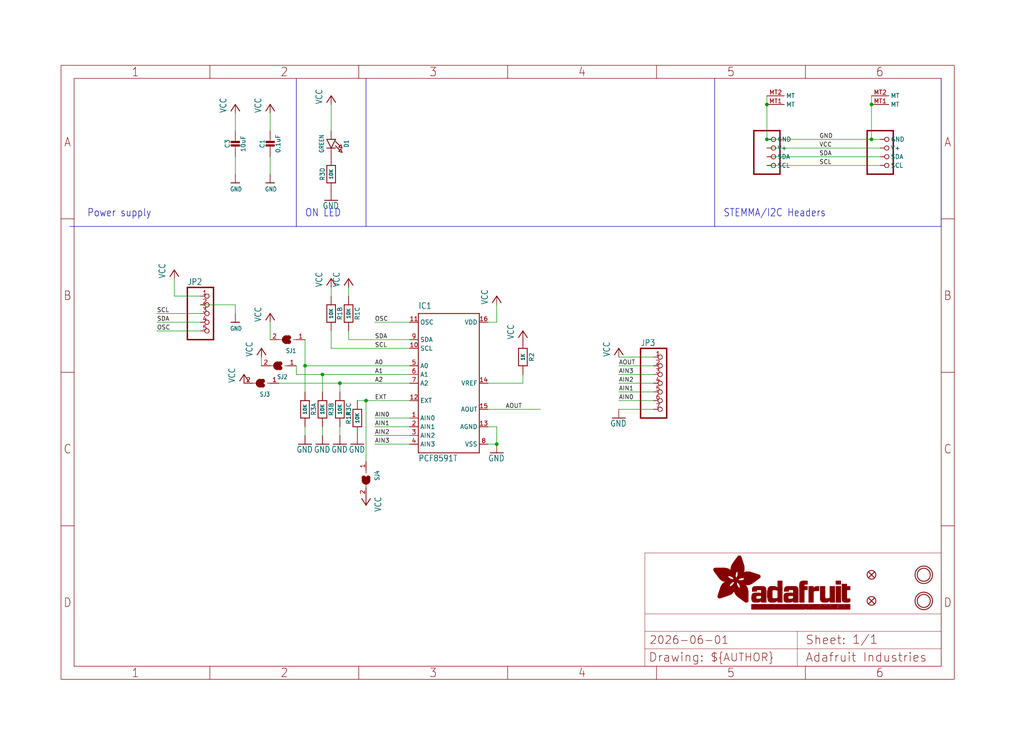
<source format=kicad_sch>
(kicad_sch (version 20230121) (generator eeschema)
  (paper "User" 298.45 217.322)
  (lib_symbols
    (symbol "working-eagle-import:CAP_CERAMIC0603_NO"
      (property "Reference" "C" (at -2.29 1.25 90))
      (symbol "CAP_CERAMIC0603_NO_1_0"
        (pin passive line (at 0 5.08 270) (length 2.54) (name "1") (number "1"))
        (pin passive line (at 0 -2.54 90) (length 2.54) (name "2") (number "2"))
      )
    )
    (symbol "working-eagle-import:CAP_CERAMIC0805-NOOUTLINE"
      (property "Reference" "C" (at -2.29 1.25 90))
      (symbol "CAP_CERAMIC0805-NOOUTLINE_1_0"
        (pin passive line (at 0 5.08 270) (length 2.54) (name "1") (number "1"))
        (pin passive line (at 0 -2.54 90) (length 2.54) (name "2") (number "2"))
      )
    )
    (symbol "working-eagle-import:FIDUCIAL_1MM")
    (symbol "working-eagle-import:FRAME_A4_ADAFRUIT"
      (symbol "FRAME_A4_ADAFRUIT_1_0"
        (text "${#}/${##}" (at 230.505 10.16 0) (effects (font (size 2.54 2.54)) (justify left bottom)))
        (text "${AUTHOR}" (at 189.23 5.08 0) (effects (font (size 2.286 2.286)) (justify left bottom)))
        (text "${CURRENT_DATE}" (at 171.45 10.16 0) (effects (font (size 2.286 2.286)) (justify left bottom)))
        (text "${PROJECTNAME}" (at 171.45 15.24 0) (effects (font (size 2.54 2.54)) (justify left bottom)))
        (text "1" (at 21.6958 1.905 0) (effects (font (size 2.54 2.286))))
        (text "1" (at 21.6958 177.165 0) (effects (font (size 2.54 2.286))))
        (text "2" (at 65.0875 1.905 0) (effects (font (size 2.54 2.286))))
        (text "2" (at 65.0875 177.165 0) (effects (font (size 2.54 2.286))))
        (text "3" (at 108.4792 1.905 0) (effects (font (size 2.54 2.286))))
        (text "3" (at 108.4792 177.165 0) (effects (font (size 2.54 2.286))))
        (text "4" (at 151.8708 1.905 0) (effects (font (size 2.54 2.286))))
        (text "4" (at 151.8708 177.165 0) (effects (font (size 2.54 2.286))))
        (text "5" (at 195.2625 1.905 0) (effects (font (size 2.54 2.286))))
        (text "5" (at 195.2625 177.165 0) (effects (font (size 2.54 2.286))))
        (text "6" (at 238.6542 1.905 0) (effects (font (size 2.54 2.286))))
        (text "6" (at 238.6542 177.165 0) (effects (font (size 2.54 2.286))))
        (text "A" (at 1.905 156.6863 0) (effects (font (size 2.54 2.286))))
        (text "A" (at 258.445 156.6863 0) (effects (font (size 2.54 2.286))))
        (text "Adafruit Industries" (at 216.916 4.953 0) (effects (font (size 2.54 2.54)) (justify left bottom)))
        (text "B" (at 1.905 111.9188 0) (effects (font (size 2.54 2.286))))
        (text "B" (at 258.445 111.9188 0) (effects (font (size 2.54 2.286))))
        (text "C" (at 1.905 67.1513 0) (effects (font (size 2.54 2.286))))
        (text "C" (at 258.445 67.1513 0) (effects (font (size 2.54 2.286))))
        (text "D" (at 1.905 22.3838 0) (effects (font (size 2.54 2.286))))
        (text "D" (at 258.445 22.3838 0) (effects (font (size 2.54 2.286))))
        (text "Drawing:" (at 171.196 4.953 0) (effects (font (size 2.54 2.54)) (justify left bottom)))
        (text "Sheet:" (at 216.916 10.033 0) (effects (font (size 2.54 2.54)) (justify left bottom)))
      )
    )
    (symbol "working-eagle-import:GND" (power)
      (property "Value" "GND" (at -1.524 -2.54 0))
      (symbol "GND_1_0"
        (pin power_in line (at 0 2.54 270) (length 2.54) (name "GND") (number "1"))
      )
    )
    (symbol "working-eagle-import:HEADER-1X570MIL"
      (property "Reference" "JP" (at -6.35 8.255 0))
      (symbol "HEADER-1X570MIL_1_0"
        (pin passive inverted (at -2.54 5.08 0) (length 2.54) (name "1") (number "1"))
        (pin passive inverted (at -2.54 2.54 0) (length 2.54) (name "2") (number "2"))
        (pin passive inverted (at -2.54 0 0) (length 2.54) (name "3") (number "3"))
        (pin passive inverted (at -2.54 -2.54 0) (length 2.54) (name "4") (number "4"))
        (pin passive inverted (at -2.54 -5.08 0) (length 2.54) (name "5") (number "5"))
      )
    )
    (symbol "working-eagle-import:HEADER-1X770MIL"
      (property "Reference" "JP" (at -6.35 10.795 0))
      (symbol "HEADER-1X770MIL_1_0"
        (pin passive inverted (at -2.54 7.62 0) (length 2.54) (name "1") (number "1"))
        (pin passive inverted (at -2.54 5.08 0) (length 2.54) (name "2") (number "2"))
        (pin passive inverted (at -2.54 2.54 0) (length 2.54) (name "3") (number "3"))
        (pin passive inverted (at -2.54 0 0) (length 2.54) (name "4") (number "4"))
        (pin passive inverted (at -2.54 -2.54 0) (length 2.54) (name "5") (number "5"))
        (pin passive inverted (at -2.54 -5.08 0) (length 2.54) (name "6") (number "6"))
        (pin passive inverted (at -2.54 -7.62 0) (length 2.54) (name "7") (number "7"))
      )
    )
    (symbol "working-eagle-import:LED0603_NOOUTLINE"
      (property "Reference" "D" (at -1.27 4.445 0))
      (symbol "LED0603_NOOUTLINE_1_0"
        (pin passive line (at -5.08 0 0) (length 2.54) (name "A") (number "A"))
        (pin passive line (at 2.54 0 180) (length 2.54) (name "C") (number "C"))
      )
    )
    (symbol "working-eagle-import:MOUNTINGHOLE2.5")
    (symbol "working-eagle-import:PCF8591T"
      (property "Reference" "IC" (at -10.16 21.59 0))
      (symbol "PCF8591T_1_0"
        (pin input line (at -12.7 -10.16 0) (length 2.54) (name "AIN0") (number "1"))
        (pin input line (at -12.7 10.16 0) (length 2.54) (name "SCL") (number "10"))
        (pin input line (at -12.7 17.78 0) (length 2.54) (name "OSC") (number "11"))
        (pin input line (at -12.7 -5.08 0) (length 2.54) (name "EXT") (number "12"))
        (pin power_in line (at 10.16 -12.7 180) (length 2.54) (name "AGND") (number "13"))
        (pin input line (at 10.16 0 180) (length 2.54) (name "VREF") (number "14"))
        (pin output line (at 10.16 -7.62 180) (length 2.54) (name "AOUT") (number "15"))
        (pin power_in line (at 10.16 17.78 180) (length 2.54) (name "VDD") (number "16"))
        (pin input line (at -12.7 -12.7 0) (length 2.54) (name "AIN1") (number "2"))
        (pin input line (at -12.7 -15.24 0) (length 2.54) (name "AIN2") (number "3"))
        (pin input line (at -12.7 -17.78 0) (length 2.54) (name "AIN3") (number "4"))
        (pin input line (at -12.7 5.08 0) (length 2.54) (name "A0") (number "5"))
        (pin input line (at -12.7 2.54 0) (length 2.54) (name "A1") (number "6"))
        (pin input line (at -12.7 0 0) (length 2.54) (name "A2") (number "7"))
        (pin power_in line (at 10.16 -17.78 180) (length 2.54) (name "VSS") (number "8"))
        (pin bidirectional line (at -12.7 12.7 0) (length 2.54) (name "SDA") (number "9"))
      )
    )
    (symbol "working-eagle-import:RESISTOR_0603_NOOUT"
      (property "Reference" "R" (at 0 2.54 0))
      (symbol "RESISTOR_0603_NOOUT_1_0"
        (pin passive line (at -5.08 0 0) (length 2.54) (name "1") (number "1"))
        (pin passive line (at 5.08 0 180) (length 2.54) (name "2") (number "2"))
      )
    )
    (symbol "working-eagle-import:RESISTOR_4PACK"
      (property "Reference" "R" (at 0 2.54 0))
      (symbol "RESISTOR_4PACK_1_0"
        (pin passive line (at -5.08 0 0) (length 2.54) (name "1") (number "1"))
        (pin passive line (at 5.08 0 180) (length 2.54) (name "2") (number "8"))
      )
      (symbol "RESISTOR_4PACK_2_0"
        (pin passive line (at -5.08 0 0) (length 2.54) (name "1") (number "2"))
        (pin passive line (at 5.08 0 180) (length 2.54) (name "2") (number "7"))
      )
      (symbol "RESISTOR_4PACK_3_0"
        (pin passive line (at -5.08 0 0) (length 2.54) (name "1") (number "3"))
        (pin passive line (at 5.08 0 180) (length 2.54) (name "2") (number "6"))
      )
      (symbol "RESISTOR_4PACK_4_0"
        (pin passive line (at -5.08 0 0) (length 2.54) (name "1") (number "4"))
        (pin passive line (at 5.08 0 180) (length 2.54) (name "2") (number "5"))
      )
    )
    (symbol "working-eagle-import:SOLDERJUMPER"
      (property "Reference" "SJ" (at -2.54 2.54 0))
      (symbol "SOLDERJUMPER_1_0"
        (pin passive line (at -5.08 0 0) (length 2.54) (name "1") (number "1"))
        (pin passive line (at 5.08 0 180) (length 2.54) (name "2") (number "2"))
      )
    )
    (symbol "working-eagle-import:STEMMA_I2C_QT"
      (symbol "STEMMA_I2C_QT_1_0"
        (pin passive inverted (at 0 5.08 0) (length 2.54) (name "GND") (number "1"))
        (pin passive inverted (at 0 2.54 0) (length 2.54) (name "V+") (number "2"))
        (pin passive inverted (at 0 0 0) (length 2.54) (name "SDA") (number "3"))
        (pin passive inverted (at 0 -2.54 0) (length 2.54) (name "SCL") (number "4"))
      )
      (symbol "STEMMA_I2C_QT_2_0"
        (pin bidirectional line (at 0 0 0) (length 5.08) (name "MT") (number "MT1"))
      )
      (symbol "STEMMA_I2C_QT_3_0"
        (pin bidirectional line (at 0 0 0) (length 5.08) (name "MT") (number "MT2"))
      )
    )
    (symbol "working-eagle-import:VCC" (power)
      (property "Value" "VCC" (at -2.54 -2.54 90))
      (symbol "VCC_1_0"
        (pin power_in line (at 0 -2.54 90) (length 2.54) (name "VCC") (number "1"))
      )
    )
    (symbol "working-eagle-import:supply1_GND" (power)
      (property "Value" "supply1_GND" (at -2.54 -2.54 0))
      (symbol "supply1_GND_1_0"
        (pin power_in line (at 0 2.54 270) (length 2.54) (name "GND") (number "1"))
      )
    )
  )
  (junction (at 223.52 30.48))
  (junction (at 223.52 40.64))
  (junction (at 88.9 106.68))
  (junction (at 254 30.48))
  (junction (at 99.06 111.76))
  (junction (at 106.68 116.84))
  (junction (at 254 40.64))
  (junction (at 93.98 109.22))
  (junction (at 144.78 129.54))
  (wire (pts (xy 58.42 86.36) (xy 50.8 86.36)) (stroke (width 0.1524)))
  (wire (pts (xy 119.38 93.98) (xy 109.22 93.98)) (stroke (width 0.1524)))
  (polyline (pts (xy 86.36 66.04) (xy 106.68 66.04)) (stroke (width 0.1524) (type solid)))
  (wire (pts (xy 68.58 33.02) (xy 68.58 38.1)) (stroke (width 0.1524)))
  (polyline (pts (xy 106.68 66.04) (xy 208.28 66.04)) (stroke (width 0.1524) (type solid)))
  (wire (pts (xy 180.34 114.3) (xy 190.5 114.3)) (stroke (width 0.1524)))
  (wire (pts (xy 96.52 101.6) (xy 96.52 96.52)) (stroke (width 0.1524)))
  (wire (pts (xy 58.42 96.52) (xy 45.72 96.52)) (stroke (width 0.1524)))
  (wire (pts (xy 180.34 109.22) (xy 190.5 109.22)) (stroke (width 0.1524)))
  (wire (pts (xy 93.98 109.22) (xy 93.98 114.3)) (stroke (width 0.1524)))
  (wire (pts (xy 223.52 27.94) (xy 223.52 30.48)) (stroke (width 0.1524)))
  (wire (pts (xy 99.06 111.76) (xy 99.06 114.3)) (stroke (width 0.1524)))
  (wire (pts (xy 144.78 129.54) (xy 142.24 129.54)) (stroke (width 0.1524)))
  (wire (pts (xy 78.74 33.02) (xy 78.74 38.1)) (stroke (width 0.1524)))
  (wire (pts (xy 88.9 106.68) (xy 88.9 114.3)) (stroke (width 0.1524)))
  (wire (pts (xy 190.5 111.76) (xy 180.34 111.76)) (stroke (width 0.1524)))
  (wire (pts (xy 109.22 124.46) (xy 119.38 124.46)) (stroke (width 0.1524)))
  (wire (pts (xy 106.68 116.84) (xy 104.14 116.84)) (stroke (width 0.1524)))
  (wire (pts (xy 96.52 83.82) (xy 96.52 86.36)) (stroke (width 0.1524)))
  (wire (pts (xy 58.42 88.9) (xy 68.58 88.9)) (stroke (width 0.1524)))
  (wire (pts (xy 142.24 111.76) (xy 152.4 111.76)) (stroke (width 0.1524)))
  (wire (pts (xy 142.24 93.98) (xy 144.78 93.98)) (stroke (width 0.1524)))
  (wire (pts (xy 101.6 83.82) (xy 101.6 86.36)) (stroke (width 0.1524)))
  (wire (pts (xy 119.38 99.06) (xy 101.6 99.06)) (stroke (width 0.1524)))
  (wire (pts (xy 88.9 99.06) (xy 88.9 106.68)) (stroke (width 0.1524)))
  (wire (pts (xy 119.38 101.6) (xy 96.52 101.6)) (stroke (width 0.1524)))
  (wire (pts (xy 256.54 45.72) (xy 223.52 45.72)) (stroke (width 0.1524)))
  (wire (pts (xy 93.98 109.22) (xy 86.36 109.22)) (stroke (width 0.1524)))
  (wire (pts (xy 152.4 111.76) (xy 152.4 109.22)) (stroke (width 0.1524)))
  (polyline (pts (xy 208.28 22.86) (xy 208.28 66.04)) (stroke (width 0.1524) (type solid)))
  (wire (pts (xy 119.38 109.22) (xy 93.98 109.22)) (stroke (width 0.1524)))
  (polyline (pts (xy 20.32 66.04) (xy 86.36 66.04)) (stroke (width 0.1524) (type solid)))
  (wire (pts (xy 190.5 119.38) (xy 180.34 119.38)) (stroke (width 0.1524)))
  (wire (pts (xy 76.2 106.68) (xy 76.2 104.14)) (stroke (width 0.1524)))
  (wire (pts (xy 223.52 30.48) (xy 223.52 40.64)) (stroke (width 0.1524)))
  (wire (pts (xy 68.58 88.9) (xy 68.58 91.44)) (stroke (width 0.1524)))
  (wire (pts (xy 256.54 40.64) (xy 254 40.64)) (stroke (width 0.1524)))
  (wire (pts (xy 78.74 45.72) (xy 78.74 50.8)) (stroke (width 0.1524)))
  (polyline (pts (xy 86.36 22.86) (xy 86.36 66.04)) (stroke (width 0.1524) (type solid)))
  (wire (pts (xy 99.06 127) (xy 99.06 124.46)) (stroke (width 0.1524)))
  (wire (pts (xy 106.68 134.62) (xy 106.68 116.84)) (stroke (width 0.1524)))
  (polyline (pts (xy 274.32 22.86) (xy 274.32 66.04)) (stroke (width 0.1524) (type solid)))
  (wire (pts (xy 101.6 99.06) (xy 101.6 96.52)) (stroke (width 0.1524)))
  (wire (pts (xy 254 27.94) (xy 254 30.48)) (stroke (width 0.1524)))
  (wire (pts (xy 78.74 99.06) (xy 78.74 93.98)) (stroke (width 0.1524)))
  (wire (pts (xy 190.5 116.84) (xy 180.34 116.84)) (stroke (width 0.1524)))
  (wire (pts (xy 119.38 121.92) (xy 109.22 121.92)) (stroke (width 0.1524)))
  (wire (pts (xy 223.52 48.26) (xy 256.54 48.26)) (stroke (width 0.1524)))
  (wire (pts (xy 119.38 116.84) (xy 106.68 116.84)) (stroke (width 0.1524)))
  (wire (pts (xy 142.24 124.46) (xy 144.78 124.46)) (stroke (width 0.1524)))
  (wire (pts (xy 58.42 91.44) (xy 45.72 91.44)) (stroke (width 0.1524)))
  (wire (pts (xy 68.58 45.72) (xy 68.58 50.8)) (stroke (width 0.1524)))
  (polyline (pts (xy 208.28 66.04) (xy 274.32 66.04)) (stroke (width 0.1524) (type solid)))
  (wire (pts (xy 144.78 124.46) (xy 144.78 129.54)) (stroke (width 0.1524)))
  (wire (pts (xy 223.52 43.18) (xy 256.54 43.18)) (stroke (width 0.1524)))
  (wire (pts (xy 254 40.64) (xy 223.52 40.64)) (stroke (width 0.1524)))
  (wire (pts (xy 93.98 127) (xy 93.98 124.46)) (stroke (width 0.1524)))
  (polyline (pts (xy 106.68 22.86) (xy 106.68 66.04)) (stroke (width 0.1524) (type solid)))
  (wire (pts (xy 142.24 119.38) (xy 157.48 119.38)) (stroke (width 0.1524)))
  (wire (pts (xy 190.5 104.14) (xy 180.34 104.14)) (stroke (width 0.1524)))
  (wire (pts (xy 254 30.48) (xy 254 40.64)) (stroke (width 0.1524)))
  (wire (pts (xy 144.78 93.98) (xy 144.78 88.9)) (stroke (width 0.1524)))
  (wire (pts (xy 86.36 109.22) (xy 86.36 106.68)) (stroke (width 0.1524)))
  (wire (pts (xy 50.8 86.36) (xy 50.8 81.28)) (stroke (width 0.1524)))
  (wire (pts (xy 190.5 106.68) (xy 180.34 106.68)) (stroke (width 0.1524)))
  (wire (pts (xy 58.42 93.98) (xy 45.72 93.98)) (stroke (width 0.1524)))
  (wire (pts (xy 99.06 111.76) (xy 81.28 111.76)) (stroke (width 0.1524)))
  (wire (pts (xy 88.9 127) (xy 88.9 124.46)) (stroke (width 0.1524)))
  (wire (pts (xy 109.22 127) (xy 119.38 127)) (stroke (width 0.1524)))
  (wire (pts (xy 96.52 38.1) (xy 96.52 30.48)) (stroke (width 0.1524)))
  (wire (pts (xy 119.38 111.76) (xy 99.06 111.76)) (stroke (width 0.1524)))
  (wire (pts (xy 119.38 106.68) (xy 88.9 106.68)) (stroke (width 0.1524)))
  (wire (pts (xy 109.22 129.54) (xy 119.38 129.54)) (stroke (width 0.1524)))
  (text "ON LED" (at 88.9 63.5 0) (effects (font (size 2.1844 1.8567)) (justify left bottom)))
  (text "Power supply" (at 25.4 63.5 0) (effects (font (size 2.1844 1.8567)) (justify left bottom)))
  (text "STEMMA/I2C Headers" (at 210.82 63.5 0) (effects (font (size 2.1844 1.8567)) (justify left bottom)))
  (label "AIN1" (at 180.34 114.3 0) (effects (font (size 1.2446 1.2446))))
  (label "A1" (at 109.22 109.22 0) (effects (font (size 1.2446 1.2446))))
  (label "AIN2" (at 109.22 127 0) (effects (font (size 1.2446 1.2446))))
  (label "VCC" (at 238.76 43.18 0) (effects (font (size 1.2446 1.2446))))
  (label "AOUT" (at 180.34 106.68 0) (effects (font (size 1.2446 1.2446))))
  (label "EXT" (at 109.22 116.84 0) (effects (font (size 1.2446 1.2446))))
  (label "A2" (at 109.22 111.76 0) (effects (font (size 1.2446 1.2446))))
  (label "SDA" (at 45.72 93.98 0) (effects (font (size 1.2446 1.2446))))
  (label "SCL" (at 45.72 91.44 0) (effects (font (size 1.2446 1.2446))))
  (label "AOUT" (at 147.32 119.38 0) (effects (font (size 1.2446 1.2446))))
  (label "AIN0" (at 180.34 116.84 0) (effects (font (size 1.2446 1.2446))))
  (label "OSC" (at 45.72 96.52 0) (effects (font (size 1.2446 1.2446))))
  (label "SCL" (at 238.76 48.26 0) (effects (font (size 1.2446 1.2446))))
  (label "SCL" (at 109.22 101.6 0) (effects (font (size 1.2446 1.2446))))
  (label "SDA" (at 238.76 45.72 0) (effects (font (size 1.2446 1.2446))))
  (label "AIN3" (at 109.22 129.54 0) (effects (font (size 1.2446 1.2446))))
  (label "AIN1" (at 109.22 124.46 0) (effects (font (size 1.2446 1.2446))))
  (label "A0" (at 109.22 106.68 0) (effects (font (size 1.2446 1.2446))))
  (label "AIN0" (at 109.22 121.92 0) (effects (font (size 1.2446 1.2446))))
  (label "GND" (at 238.76 40.64 0) (effects (font (size 1.2446 1.2446))))
  (label "AIN3" (at 180.34 109.22 0) (effects (font (size 1.2446 1.2446))))
  (label "SDA" (at 109.22 99.06 0) (effects (font (size 1.2446 1.2446))))
  (label "OSC" (at 109.22 93.98 0) (effects (font (size 1.2446 1.2446))))
  (label "AIN2" (at 180.34 111.76 0) (effects (font (size 1.2446 1.2446))))
  (symbol (lib_id "working-eagle-import:STEMMA_I2C_QT") (at 223.52 27.94 0) (unit 3)
    (property "Reference" "CONN3" (effects hide))
    (property "Value" "STEMMA_I2C_QT" (effects hide))
    (property "Footprint" "working:JST_SH4" (effects hide))
  )
  (symbol (lib_id "working-eagle-import:RESISTOR_0603_NOOUT") (at 152.4 104.14 270) (unit 1)
    (property "Reference" "R2" (at 154.94 104.14 0))
    (property "Value" "1K" (at 152.4 104.14 0) (effects (font (size 1.016 1.016) bold)))
    (property "Footprint" "working:0603-NO" (effects hide))
  )
  (symbol (lib_id "working-eagle-import:MOUNTINGHOLE2.5") (at 269.24 167.64 0) (unit 1)
    (property "Reference" "U$19" (effects hide))
    (property "Value" "MOUNTINGHOLE2.5" (effects hide))
    (property "Footprint" "working:MOUNTINGHOLE_2.5_PLATED" (effects hide))
  )
  (symbol (lib_id "working-eagle-import:FIDUCIAL_1MM") (at 254 167.64 0) (unit 1)
    (property "Reference" "FID4" (effects hide))
    (property "Value" "FIDUCIAL_1MM" (effects hide))
    (property "Footprint" "working:FIDUCIAL_1MM" (effects hide))
  )
  (symbol (lib_id "working-eagle-import:HEADER-1X770MIL") (at 193.04 111.76 0) (unit 1)
    (property "Reference" "JP3" (at 186.69 100.965 0) (effects (font (size 1.778 1.5113)) (justify left bottom)))
    (property "Value" "HEADER-1X770MIL" (effects hide))
    (property "Footprint" "working:1X07_ROUND_70" (effects hide))
  )
  (symbol (lib_id "working-eagle-import:VCC") (at 50.8 78.74 0) (unit 1)
    (property "Reference" "#P+4" (effects hide))
    (property "Value" "VCC" (at 48.26 81.28 90) (effects (font (size 1.778 1.5113)) (justify left bottom)))
  )
  (symbol (lib_id "working-eagle-import:RESISTOR_4PACK") (at 96.52 91.44 270) (unit 2)
    (property "Reference" "R1" (at 99.06 91.44 0))
    (property "Value" "10K" (at 96.52 91.44 0) (effects (font (size 1.016 1.016) bold)))
    (property "Footprint" "working:RESPACK_4X0603" (effects hide))
  )
  (symbol (lib_id "working-eagle-import:VCC") (at 96.52 27.94 0) (unit 1)
    (property "Reference" "#P+1" (effects hide))
    (property "Value" "VCC" (at 93.98 30.48 90) (effects (font (size 1.778 1.5113)) (justify left bottom)))
  )
  (symbol (lib_id "working-eagle-import:VCC") (at 144.78 86.36 0) (unit 1)
    (property "Reference" "#P+5" (effects hide))
    (property "Value" "VCC" (at 142.24 88.9 90) (effects (font (size 1.778 1.5113)) (justify left bottom)))
  )
  (symbol (lib_id "working-eagle-import:SOLDERJUMPER") (at 83.82 99.06 180) (unit 1)
    (property "Reference" "SJ1" (at 86.36 101.6 0) (effects (font (size 1.27 1.0795)) (justify left bottom)))
    (property "Value" "SOLDERJUMPER" (effects hide))
    (property "Footprint" "working:SOLDERJUMPER_ARROW_NOPASTE" (effects hide))
  )
  (symbol (lib_id "working-eagle-import:CAP_CERAMIC0805-NOOUTLINE") (at 68.58 43.18 0) (unit 1)
    (property "Reference" "C3" (at 66.29 41.93 90))
    (property "Value" "10uF" (at 70.88 41.93 90))
    (property "Footprint" "working:0805-NO" (effects hide))
  )
  (symbol (lib_id "working-eagle-import:VCC") (at 68.58 30.48 0) (unit 1)
    (property "Reference" "#P+3" (effects hide))
    (property "Value" "VCC" (at 66.04 33.02 90) (effects (font (size 1.778 1.5113)) (justify left bottom)))
  )
  (symbol (lib_id "working-eagle-import:supply1_GND") (at 88.9 129.54 0) (unit 1)
    (property "Reference" "#GND4" (effects hide))
    (property "Value" "GND" (at 86.36 132.08 0) (effects (font (size 1.778 1.5113)) (justify left bottom)))
  )
  (symbol (lib_id "working-eagle-import:RESISTOR_4PACK") (at 88.9 119.38 270) (unit 1)
    (property "Reference" "R3" (at 91.44 119.38 0))
    (property "Value" "10K" (at 88.9 119.38 0) (effects (font (size 1.016 1.016) bold)))
    (property "Footprint" "working:RESPACK_4X0603" (effects hide))
  )
  (symbol (lib_id "working-eagle-import:RESISTOR_4PACK") (at 104.14 121.92 90) (unit 1)
    (property "Reference" "R1" (at 101.6 121.92 0))
    (property "Value" "10K" (at 104.14 121.92 0) (effects (font (size 1.016 1.016) bold)))
    (property "Footprint" "working:RESPACK_4X0603" (effects hide))
  )
  (symbol (lib_id "working-eagle-import:STEMMA_I2C_QT") (at 254 30.48 0) (unit 2)
    (property "Reference" "CONN4" (effects hide))
    (property "Value" "STEMMA_I2C_QT" (effects hide))
    (property "Footprint" "working:JST_SH4" (effects hide))
  )
  (symbol (lib_id "working-eagle-import:supply1_GND") (at 93.98 129.54 0) (unit 1)
    (property "Reference" "#GND3" (effects hide))
    (property "Value" "GND" (at 91.44 132.08 0) (effects (font (size 1.778 1.5113)) (justify left bottom)))
  )
  (symbol (lib_id "working-eagle-import:RESISTOR_4PACK") (at 93.98 119.38 270) (unit 2)
    (property "Reference" "R3" (at 96.52 119.38 0))
    (property "Value" "10K" (at 93.98 119.38 0) (effects (font (size 1.016 1.016) bold)))
    (property "Footprint" "working:RESPACK_4X0603" (effects hide))
  )
  (symbol (lib_id "working-eagle-import:VCC") (at 106.68 147.32 180) (unit 1)
    (property "Reference" "#P+13" (effects hide))
    (property "Value" "VCC" (at 109.22 144.78 90) (effects (font (size 1.778 1.5113)) (justify left bottom)))
  )
  (symbol (lib_id "working-eagle-import:supply1_GND") (at 104.14 129.54 0) (unit 1)
    (property "Reference" "#GND5" (effects hide))
    (property "Value" "GND" (at 101.6 132.08 0) (effects (font (size 1.778 1.5113)) (justify left bottom)))
  )
  (symbol (lib_id "working-eagle-import:RESISTOR_4PACK") (at 99.06 119.38 270) (unit 3)
    (property "Reference" "R3" (at 101.6 119.38 0))
    (property "Value" "10K" (at 99.06 119.38 0) (effects (font (size 1.016 1.016) bold)))
    (property "Footprint" "working:RESPACK_4X0603" (effects hide))
  )
  (symbol (lib_id "working-eagle-import:RESISTOR_4PACK") (at 101.6 91.44 270) (unit 3)
    (property "Reference" "R1" (at 104.14 91.44 0))
    (property "Value" "10K" (at 101.6 91.44 0) (effects (font (size 1.016 1.016) bold)))
    (property "Footprint" "working:RESPACK_4X0603" (effects hide))
  )
  (symbol (lib_id "working-eagle-import:LED0603_NOOUTLINE") (at 96.52 43.18 270) (unit 1)
    (property "Reference" "D1" (at 100.965 41.91 0) (effects (font (size 1.27 1.0795))))
    (property "Value" "GREEN" (at 93.726 41.91 0) (effects (font (size 1.27 1.0795))))
    (property "Footprint" "working:CHIPLED_0603_NOOUTLINE" (effects hide))
  )
  (symbol (lib_id "working-eagle-import:RESISTOR_4PACK") (at 96.52 50.8 90) (unit 4)
    (property "Reference" "R3" (at 93.98 50.8 0))
    (property "Value" "10K" (at 96.52 50.8 0) (effects (font (size 1.016 1.016) bold)))
    (property "Footprint" "working:RESPACK_4X0603" (effects hide))
  )
  (symbol (lib_id "working-eagle-import:VCC") (at 152.4 96.52 0) (unit 1)
    (property "Reference" "#P+6" (effects hide))
    (property "Value" "VCC" (at 149.86 99.06 90) (effects (font (size 1.778 1.5113)) (justify left bottom)))
  )
  (symbol (lib_id "working-eagle-import:VCC") (at 71.12 109.22 0) (unit 1)
    (property "Reference" "#P+12" (effects hide))
    (property "Value" "VCC" (at 68.58 111.76 90) (effects (font (size 1.778 1.5113)) (justify left bottom)))
  )
  (symbol (lib_id "working-eagle-import:SOLDERJUMPER") (at 81.28 106.68 180) (unit 1)
    (property "Reference" "SJ2" (at 83.82 109.22 0) (effects (font (size 1.27 1.0795)) (justify left bottom)))
    (property "Value" "SOLDERJUMPER" (effects hide))
    (property "Footprint" "working:SOLDERJUMPER_ARROW_NOPASTE" (effects hide))
  )
  (symbol (lib_id "working-eagle-import:VCC") (at 76.2 101.6 0) (unit 1)
    (property "Reference" "#P+11" (effects hide))
    (property "Value" "VCC" (at 73.66 104.14 90) (effects (font (size 1.778 1.5113)) (justify left bottom)))
  )
  (symbol (lib_id "working-eagle-import:STEMMA_I2C_QT") (at 223.52 45.72 0) (unit 1)
    (property "Reference" "CONN3" (effects hide))
    (property "Value" "STEMMA_I2C_QT" (effects hide))
    (property "Footprint" "working:JST_SH4" (effects hide))
  )
  (symbol (lib_id "working-eagle-import:supply1_GND") (at 180.34 121.92 0) (unit 1)
    (property "Reference" "#GND7" (effects hide))
    (property "Value" "GND" (at 177.8 124.46 0) (effects (font (size 1.778 1.5113)) (justify left bottom)))
  )
  (symbol (lib_id "working-eagle-import:MOUNTINGHOLE2.5") (at 269.24 175.26 0) (unit 1)
    (property "Reference" "U$21" (effects hide))
    (property "Value" "MOUNTINGHOLE2.5" (effects hide))
    (property "Footprint" "working:MOUNTINGHOLE_2.5_PLATED" (effects hide))
  )
  (symbol (lib_id "working-eagle-import:GND") (at 68.58 93.98 0) (unit 1)
    (property "Reference" "#U$10" (effects hide))
    (property "Value" "GND" (at 67.056 96.52 0) (effects (font (size 1.27 1.0795)) (justify left bottom)))
  )
  (symbol (lib_id "working-eagle-import:VCC") (at 180.34 101.6 0) (unit 1)
    (property "Reference" "#P+9" (effects hide))
    (property "Value" "VCC" (at 177.8 104.14 90) (effects (font (size 1.778 1.5113)) (justify left bottom)))
  )
  (symbol (lib_id "working-eagle-import:supply1_GND") (at 96.52 58.42 0) (unit 1)
    (property "Reference" "#GND6" (effects hide))
    (property "Value" "GND" (at 93.98 60.96 0) (effects (font (size 1.778 1.5113)) (justify left bottom)))
  )
  (symbol (lib_id "working-eagle-import:STEMMA_I2C_QT") (at 254 27.94 0) (unit 3)
    (property "Reference" "CONN4" (effects hide))
    (property "Value" "STEMMA_I2C_QT" (effects hide))
    (property "Footprint" "working:JST_SH4" (effects hide))
  )
  (symbol (lib_id "working-eagle-import:PCF8591T") (at 132.08 111.76 0) (unit 1)
    (property "Reference" "IC1" (at 121.92 90.17 0) (effects (font (size 1.778 1.5113)) (justify left bottom)))
    (property "Value" "PCF8591T" (at 121.92 134.62 0) (effects (font (size 1.778 1.5113)) (justify left bottom)))
    (property "Footprint" "working:SO16W" (effects hide))
  )
  (symbol (lib_id "working-eagle-import:FRAME_A4_ADAFRUIT") (at 17.78 198.12 0) (unit 1)
    (property "Reference" "#U$18" (effects hide))
    (property "Value" "FRAME_A4_ADAFRUIT" (effects hide))
  )
  (symbol (lib_id "working-eagle-import:supply1_GND") (at 99.06 129.54 0) (unit 1)
    (property "Reference" "#GND2" (effects hide))
    (property "Value" "GND" (at 96.52 132.08 0) (effects (font (size 1.778 1.5113)) (justify left bottom)))
  )
  (symbol (lib_id "working-eagle-import:SOLDERJUMPER") (at 106.68 139.7 270) (unit 1)
    (property "Reference" "SJ4" (at 109.22 137.16 0) (effects (font (size 1.27 1.0795)) (justify left bottom)))
    (property "Value" "SOLDERJUMPER" (effects hide))
    (property "Footprint" "working:SOLDERJUMPER_ARROW_NOPASTE" (effects hide))
  )
  (symbol (lib_id "working-eagle-import:VCC") (at 78.74 30.48 0) (unit 1)
    (property "Reference" "#P+2" (effects hide))
    (property "Value" "VCC" (at 76.2 33.02 90) (effects (font (size 1.778 1.5113)) (justify left bottom)))
  )
  (symbol (lib_id "working-eagle-import:VCC") (at 96.52 81.28 0) (unit 1)
    (property "Reference" "#P+8" (effects hide))
    (property "Value" "VCC" (at 93.98 83.82 90) (effects (font (size 1.778 1.5113)) (justify left bottom)))
  )
  (symbol (lib_id "working-eagle-import:VCC") (at 101.6 81.28 0) (unit 1)
    (property "Reference" "#P+7" (effects hide))
    (property "Value" "VCC" (at 99.06 83.82 90) (effects (font (size 1.778 1.5113)) (justify left bottom)))
  )
  (symbol (lib_id "working-eagle-import:supply1_GND") (at 144.78 132.08 0) (unit 1)
    (property "Reference" "#GND1" (effects hide))
    (property "Value" "GND" (at 142.24 134.62 0) (effects (font (size 1.778 1.5113)) (justify left bottom)))
  )
  (symbol (lib_id "working-eagle-import:FIDUCIAL_1MM") (at 254 175.26 0) (unit 1)
    (property "Reference" "FID3" (effects hide))
    (property "Value" "FIDUCIAL_1MM" (effects hide))
    (property "Footprint" "working:FIDUCIAL_1MM" (effects hide))
  )
  (symbol (lib_id "working-eagle-import:CAP_CERAMIC0603_NO") (at 78.74 43.18 0) (unit 1)
    (property "Reference" "C1" (at 76.45 41.93 90))
    (property "Value" "0.1uF" (at 81.04 41.93 90))
    (property "Footprint" "working:0603-NO" (effects hide))
  )
  (symbol (lib_id "working-eagle-import:GND") (at 68.58 53.34 0) (unit 1)
    (property "Reference" "#U$5" (effects hide))
    (property "Value" "GND" (at 67.056 55.88 0) (effects (font (size 1.27 1.0795)) (justify left bottom)))
  )
  (symbol (lib_id "working-eagle-import:GND") (at 78.74 53.34 0) (unit 1)
    (property "Reference" "#U$6" (effects hide))
    (property "Value" "GND" (at 77.216 55.88 0) (effects (font (size 1.27 1.0795)) (justify left bottom)))
  )
  (symbol (lib_id "working-eagle-import:SOLDERJUMPER") (at 76.2 111.76 180) (unit 1)
    (property "Reference" "SJ3" (at 78.74 114.3 0) (effects (font (size 1.27 1.0795)) (justify left bottom)))
    (property "Value" "SOLDERJUMPER" (effects hide))
    (property "Footprint" "working:SOLDERJUMPER_ARROW_NOPASTE" (effects hide))
  )
  (symbol (lib_id "working-eagle-import:STEMMA_I2C_QT") (at 223.52 30.48 0) (unit 2)
    (property "Reference" "CONN3" (effects hide))
    (property "Value" "STEMMA_I2C_QT" (effects hide))
    (property "Footprint" "working:JST_SH4" (effects hide))
  )
  (symbol (lib_id "working-eagle-import:HEADER-1X570MIL") (at 60.96 91.44 0) (unit 1)
    (property "Reference" "JP2" (at 54.61 83.185 0) (effects (font (size 1.778 1.5113)) (justify left bottom)))
    (property "Value" "HEADER-1X570MIL" (effects hide))
    (property "Footprint" "working:1X05_ROUND_70" (effects hide))
  )
  (symbol (lib_id "working-eagle-import:VCC") (at 78.74 91.44 0) (unit 1)
    (property "Reference" "#P+10" (effects hide))
    (property "Value" "VCC" (at 76.2 93.98 90) (effects (font (size 1.778 1.5113)) (justify left bottom)))
  )
  (symbol (lib_id "working-eagle-import:STEMMA_I2C_QT") (at 256.54 45.72 0) (unit 1)
    (property "Reference" "CONN4" (effects hide))
    (property "Value" "STEMMA_I2C_QT" (effects hide))
    (property "Footprint" "working:JST_SH4" (effects hide))
  )
)
</source>
